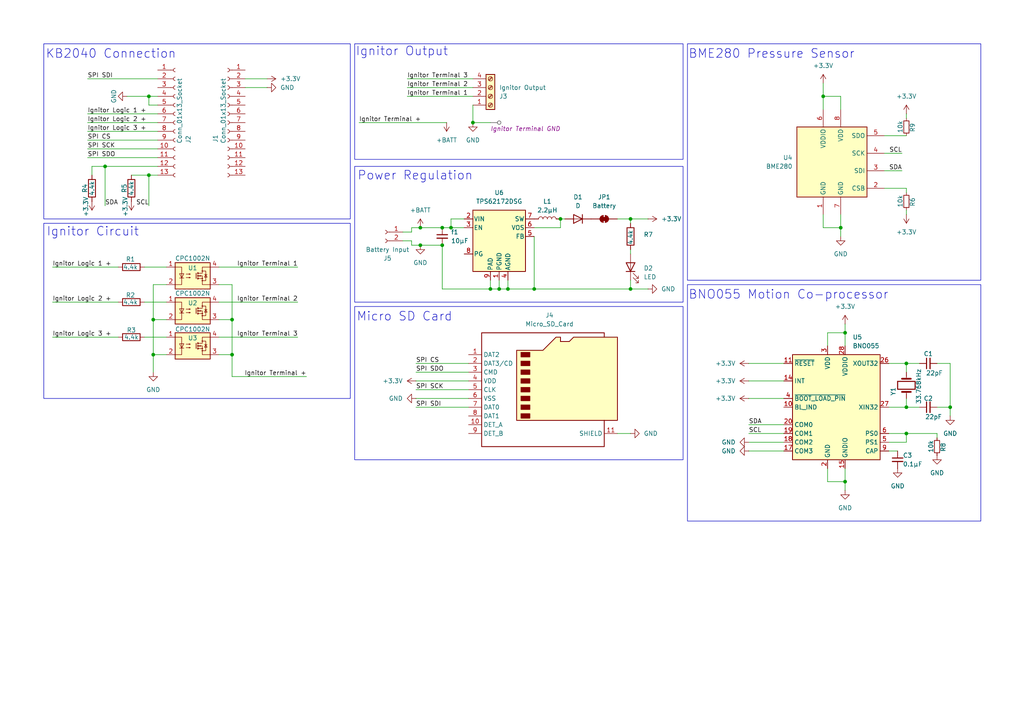
<source format=kicad_sch>
(kicad_sch (version 20231120) (generator "eeschema") (generator_version "8.0")
  (paper "A4")
  (title_block (title "UNL Aerospace Flight Computer") (date "2024-08-02") (rev "0.1.0"))
  (lib_symbols
    (symbol "Connector:Conn_01x02_Socket" (pin_names (offset 1.016) hide)
      (property "Reference" "J" (at 0 2.54 0))
      (property "Value" "Conn_01x02_Socket" (at 0 -5.08 0))
      (symbol "Conn_01x02_Socket_1_1"
        (arc (start 0 -2.032) (mid -0.5058 -2.54) (end 0 -3.048) (stroke (width 0.1524)))
        (polyline (pts (xy -1.27 -2.54) (xy -0.508 -2.54)) (stroke (width 0.1524)))
        (polyline (pts (xy -1.27 0) (xy -0.508 0)) (stroke (width 0.1524)))
        (arc (start 0 0.508) (mid -0.5058 0) (end 0 -0.508) (stroke (width 0.1524)))
        (pin passive line (at -5.08 0 0) (length 3.81) (name "Pin_1") (number "1"))
        (pin passive line (at -5.08 -2.54 0) (length 3.81) (name "Pin_2") (number "2"))
      )
    )
    (symbol "Connector:Conn_01x13_Socket" (pin_names (offset 1.016) hide)
      (property "Reference" "J" (at 0 17.78 0))
      (property "Value" "Conn_01x13_Socket" (at 0 -17.78 0))
      (symbol "Conn_01x13_Socket_1_1"
        (arc (start 0 -14.732) (mid -0.5058 -15.24) (end 0 -15.748) (stroke (width 0.1524)))
        (arc (start 0 -12.192) (mid -0.5058 -12.7) (end 0 -13.208) (stroke (width 0.1524)))
        (arc (start 0 -9.652) (mid -0.5058 -10.16) (end 0 -10.668) (stroke (width 0.1524)))
        (arc (start 0 -7.112) (mid -0.5058 -7.62) (end 0 -8.128) (stroke (width 0.1524)))
        (arc (start 0 -4.572) (mid -0.5058 -5.08) (end 0 -5.588) (stroke (width 0.1524)))
        (arc (start 0 -2.032) (mid -0.5058 -2.54) (end 0 -3.048) (stroke (width 0.1524)))
        (polyline (pts (xy -1.27 -15.24) (xy -0.508 -15.24)) (stroke (width 0.1524)))
        (polyline (pts (xy -1.27 -12.7) (xy -0.508 -12.7)) (stroke (width 0.1524)))
        (polyline (pts (xy -1.27 -10.16) (xy -0.508 -10.16)) (stroke (width 0.1524)))
        (polyline (pts (xy -1.27 -7.62) (xy -0.508 -7.62)) (stroke (width 0.1524)))
        (polyline (pts (xy -1.27 -5.08) (xy -0.508 -5.08)) (stroke (width 0.1524)))
        (polyline (pts (xy -1.27 -2.54) (xy -0.508 -2.54)) (stroke (width 0.1524)))
        (polyline (pts (xy -1.27 0) (xy -0.508 0)) (stroke (width 0.1524)))
        (polyline (pts (xy -1.27 2.54) (xy -0.508 2.54)) (stroke (width 0.1524)))
        (polyline (pts (xy -1.27 5.08) (xy -0.508 5.08)) (stroke (width 0.1524)))
        (polyline (pts (xy -1.27 7.62) (xy -0.508 7.62)) (stroke (width 0.1524)))
        (polyline (pts (xy -1.27 10.16) (xy -0.508 10.16)) (stroke (width 0.1524)))
        (polyline (pts (xy -1.27 12.7) (xy -0.508 12.7)) (stroke (width 0.1524)))
        (polyline (pts (xy -1.27 15.24) (xy -0.508 15.24)) (stroke (width 0.1524)))
        (arc (start 0 0.508) (mid -0.5058 0) (end 0 -0.508) (stroke (width 0.1524)))
        (arc (start 0 3.048) (mid -0.5058 2.54) (end 0 2.032) (stroke (width 0.1524)))
        (arc (start 0 5.588) (mid -0.5058 5.08) (end 0 4.572) (stroke (width 0.1524)))
        (arc (start 0 8.128) (mid -0.5058 7.62) (end 0 7.112) (stroke (width 0.1524)))
        (arc (start 0 10.668) (mid -0.5058 10.16) (end 0 9.652) (stroke (width 0.1524)))
        (arc (start 0 13.208) (mid -0.5058 12.7) (end 0 12.192) (stroke (width 0.1524)))
        (arc (start 0 15.748) (mid -0.5058 15.24) (end 0 14.732) (stroke (width 0.1524)))
        (pin passive line (at -5.08 15.24 0) (length 3.81) (name "Pin_1") (number "1"))
        (pin passive line (at -5.08 -7.62 0) (length 3.81) (name "Pin_10") (number "10"))
        (pin passive line (at -5.08 -10.16 0) (length 3.81) (name "Pin_11") (number "11"))
        (pin passive line (at -5.08 -12.7 0) (length 3.81) (name "Pin_12") (number "12"))
        (pin passive line (at -5.08 -15.24 0) (length 3.81) (name "Pin_13") (number "13"))
        (pin passive line (at -5.08 12.7 0) (length 3.81) (name "Pin_2") (number "2"))
        (pin passive line (at -5.08 10.16 0) (length 3.81) (name "Pin_3") (number "3"))
        (pin passive line (at -5.08 7.62 0) (length 3.81) (name "Pin_4") (number "4"))
        (pin passive line (at -5.08 5.08 0) (length 3.81) (name "Pin_5") (number "5"))
        (pin passive line (at -5.08 2.54 0) (length 3.81) (name "Pin_6") (number "6"))
        (pin passive line (at -5.08 0 0) (length 3.81) (name "Pin_7") (number "7"))
        (pin passive line (at -5.08 -2.54 0) (length 3.81) (name "Pin_8") (number "8"))
        (pin passive line (at -5.08 -5.08 0) (length 3.81) (name "Pin_9") (number "9"))
      )
    )
    (symbol "Connector:Micro_SD_Card_Det_Hirose_DM3AT"
      (property "Reference" "J" (at -16.51 17.78 0))
      (property "Value" "Micro_SD_Card_Det_Hirose_DM3AT" (at 16.51 17.78 0))
      (symbol "Micro_SD_Card_Det_Hirose_DM3AT_0_1"
        (rectangle (start -7.62 -6.985) (end -5.08 -8.255) (stroke (width 0.254)) (fill (type outline)))
        (rectangle (start -7.62 -4.445) (end -5.08 -5.715) (stroke (width 0.254)) (fill (type outline)))
        (rectangle (start -7.62 -1.905) (end -5.08 -3.175) (stroke (width 0.254)) (fill (type outline)))
        (rectangle (start -7.62 0.635) (end -5.08 -0.635) (stroke (width 0.254)) (fill (type outline)))
        (rectangle (start -7.62 3.175) (end -5.08 1.905) (stroke (width 0.254)) (fill (type outline)))
        (rectangle (start -7.62 5.715) (end -5.08 4.445) (stroke (width 0.254)) (fill (type outline)))
        (rectangle (start -7.62 8.255) (end -5.08 6.985) (stroke (width 0.254)) (fill (type outline)))
        (rectangle (start -7.62 10.795) (end -5.08 9.525) (stroke (width 0.254)) (fill (type outline)))
        (polyline (pts (xy 16.51 15.24) (xy 16.51 16.51) (xy -19.05 16.51) (xy -19.05 -16.51) (xy 16.51 -16.51) (xy 16.51 -8.89)) (stroke (width 0.254)))
        (polyline (pts (xy -8.89 -8.89) (xy -8.89 11.43) (xy -1.27 11.43) (xy 2.54 15.24) (xy 3.81 15.24) (xy 3.81 13.97) (xy 6.35 13.97) (xy 7.62 15.24) (xy 20.32 15.24) (xy 20.32 -8.89) (xy -8.89 -8.89)) (stroke (width 0.254)) (fill (type background)))
      )
      (symbol "Micro_SD_Card_Det_Hirose_DM3AT_1_1"
        (pin bidirectional line (at -22.86 10.16 0) (length 3.81) (name "DAT2") (number "1"))
        (pin passive line (at -22.86 -10.16 0) (length 3.81) (name "DET_A") (number "10"))
        (pin passive line (at 20.32 -12.7 180) (length 3.81) (name "SHIELD") (number "11"))
        (pin bidirectional line (at -22.86 7.62 0) (length 3.81) (name "DAT3/CD") (number "2"))
        (pin input line (at -22.86 5.08 0) (length 3.81) (name "CMD") (number "3"))
        (pin power_in line (at -22.86 2.54 0) (length 3.81) (name "VDD") (number "4"))
        (pin input line (at -22.86 0 0) (length 3.81) (name "CLK") (number "5"))
        (pin power_in line (at -22.86 -2.54 0) (length 3.81) (name "VSS") (number "6"))
        (pin bidirectional line (at -22.86 -5.08 0) (length 3.81) (name "DAT0") (number "7"))
        (pin bidirectional line (at -22.86 -7.62 0) (length 3.81) (name "DAT1") (number "8"))
        (pin passive line (at -22.86 -12.7 0) (length 3.81) (name "DET_B") (number "9"))
      )
    )
    (symbol "Connector:Screw_Terminal_01x04" (pin_names (offset 1.016) hide)
      (property "Reference" "J" (at 0 5.08 0))
      (property "Value" "Screw_Terminal_01x04" (at 0 -7.62 0))
      (symbol "Screw_Terminal_01x04_1_1"
        (rectangle (start -1.27 3.81) (end 1.27 -6.35) (stroke (width 0.254)) (fill (type background)))
        (circle (center 0 -5.08) (radius 0.635) (stroke (width 0.1524)))
        (circle (center 0 -2.54) (radius 0.635) (stroke (width 0.1524)))
        (polyline (pts (xy -0.5334 -4.7498) (xy 0.3302 -5.588)) (stroke (width 0.1524)))
        (polyline (pts (xy -0.5334 -2.2098) (xy 0.3302 -3.048)) (stroke (width 0.1524)))
        (polyline (pts (xy -0.5334 0.3302) (xy 0.3302 -0.508)) (stroke (width 0.1524)))
        (polyline (pts (xy -0.5334 2.8702) (xy 0.3302 2.032)) (stroke (width 0.1524)))
        (polyline (pts (xy -0.3556 -4.572) (xy 0.508 -5.4102)) (stroke (width 0.1524)))
        (polyline (pts (xy -0.3556 -2.032) (xy 0.508 -2.8702)) (stroke (width 0.1524)))
        (polyline (pts (xy -0.3556 0.508) (xy 0.508 -0.3302)) (stroke (width 0.1524)))
        (polyline (pts (xy -0.3556 3.048) (xy 0.508 2.2098)) (stroke (width 0.1524)))
        (circle (center 0 0) (radius 0.635) (stroke (width 0.1524)))
        (circle (center 0 2.54) (radius 0.635) (stroke (width 0.1524)))
        (pin passive line (at -5.08 2.54 0) (length 3.81) (name "Pin_1") (number "1"))
        (pin passive line (at -5.08 0 0) (length 3.81) (name "Pin_2") (number "2"))
        (pin passive line (at -5.08 -2.54 0) (length 3.81) (name "Pin_3") (number "3"))
        (pin passive line (at -5.08 -5.08 0) (length 3.81) (name "Pin_4") (number "4"))
      )
    )
    (symbol "Device:C_Small" (pin_numbers hide) (pin_names (offset 0.254) hide)
      (property "Reference" "C" (at 0.254 1.778 0))
      (property "Value" "C_Small" (at 0.254 -2.032 0))
      (symbol "C_Small_0_1"
        (polyline (pts (xy -1.524 -0.508) (xy 1.524 -0.508)) (stroke (width 0.3302)))
        (polyline (pts (xy -1.524 0.508) (xy 1.524 0.508)) (stroke (width 0.3048)))
      )
      (symbol "C_Small_1_1"
        (pin passive line (at 0 2.54 270) (length 2.032) (name "~") (number "1"))
        (pin passive line (at 0 -2.54 90) (length 2.032) (name "~") (number "2"))
      )
    )
    (symbol "Device:Crystal" (pin_numbers hide) (pin_names (offset 1.016) hide)
      (property "Reference" "Y" (at 0 3.81 0))
      (property "Value" "Crystal" (at 0 -3.81 0))
      (symbol "Crystal_0_1"
        (rectangle (start -1.143 2.54) (end 1.143 -2.54) (stroke (width 0.3048)))
        (polyline (pts (xy -2.54 0) (xy -1.905 0)))
        (polyline (pts (xy -1.905 -1.27) (xy -1.905 1.27)) (stroke (width 0.508)))
        (polyline (pts (xy 1.905 -1.27) (xy 1.905 1.27)) (stroke (width 0.508)))
        (polyline (pts (xy 2.54 0) (xy 1.905 0)))
      )
      (symbol "Crystal_1_1"
        (pin passive line (at -3.81 0 0) (length 1.27) (name "1") (number "1"))
        (pin passive line (at 3.81 0 180) (length 1.27) (name "2") (number "2"))
      )
    )
    (symbol "Device:D" (pin_numbers hide) (pin_names (offset 1.016) hide)
      (property "Reference" "D" (at 0 2.54 0))
      (property "Value" "D" (at 0 -2.54 0))
      (symbol "D_0_1"
        (polyline (pts (xy -1.27 1.27) (xy -1.27 -1.27)) (stroke (width 0.254)))
        (polyline (pts (xy 1.27 0) (xy -1.27 0)))
        (polyline (pts (xy 1.27 1.27) (xy 1.27 -1.27) (xy -1.27 0) (xy 1.27 1.27)) (stroke (width 0.254)))
      )
      (symbol "D_1_1"
        (pin passive line (at -3.81 0 0) (length 2.54) (name "K") (number "1"))
        (pin passive line (at 3.81 0 180) (length 2.54) (name "A") (number "2"))
      )
    )
    (symbol "Device:L" (pin_numbers hide) (pin_names (offset 1.016) hide)
      (property "Reference" "L" (at -1.27 0 90))
      (property "Value" "L" (at 1.905 0 90))
      (symbol "L_0_1"
        (arc (start 0 -2.54) (mid 0.6323 -1.905) (end 0 -1.27))
        (arc (start 0 -1.27) (mid 0.6323 -0.635) (end 0 0))
        (arc (start 0 0) (mid 0.6323 0.635) (end 0 1.27))
        (arc (start 0 1.27) (mid 0.6323 1.905) (end 0 2.54))
      )
      (symbol "L_1_1"
        (pin passive line (at 0 3.81 270) (length 1.27) (name "1") (number "1"))
        (pin passive line (at 0 -3.81 90) (length 1.27) (name "2") (number "2"))
      )
    )
    (symbol "Device:LED" (pin_numbers hide) (pin_names (offset 1.016) hide)
      (property "Reference" "D" (at 0 2.54 0))
      (property "Value" "LED" (at 0 -2.54 0))
      (symbol "LED_0_1"
        (polyline (pts (xy -1.27 -1.27) (xy -1.27 1.27)) (stroke (width 0.254)))
        (polyline (pts (xy -1.27 0) (xy 1.27 0)))
        (polyline (pts (xy 1.27 -1.27) (xy 1.27 1.27) (xy -1.27 0) (xy 1.27 -1.27)) (stroke (width 0.254)))
        (polyline (pts (xy -3.048 -0.762) (xy -4.572 -2.286) (xy -3.81 -2.286) (xy -4.572 -2.286) (xy -4.572 -1.524)))
        (polyline (pts (xy -1.778 -0.762) (xy -3.302 -2.286) (xy -2.54 -2.286) (xy -3.302 -2.286) (xy -3.302 -1.524)))
      )
      (symbol "LED_1_1"
        (pin passive line (at -3.81 0 0) (length 2.54) (name "K") (number "1"))
        (pin passive line (at 3.81 0 180) (length 2.54) (name "A") (number "2"))
      )
    )
    (symbol "Device:R" (pin_numbers hide) (pin_names (offset 0))
      (property "Reference" "R" (at 2.032 0 90))
      (property "Value" "R" (at 0 0 90))
      (symbol "R_0_1"
        (rectangle (start -1.016 -2.54) (end 1.016 2.54) (stroke (width 0.254)))
      )
      (symbol "R_1_1"
        (pin passive line (at 0 3.81 270) (length 1.27) (name "~") (number "1"))
        (pin passive line (at 0 -3.81 90) (length 1.27) (name "~") (number "2"))
      )
    )
    (symbol "Device:R_Small" (pin_numbers hide) (pin_names (offset 0.254) hide)
      (property "Reference" "R" (at 0.762 0.508 0))
      (property "Value" "R_Small" (at 0.762 -1.016 0))
      (symbol "R_Small_0_1"
        (rectangle (start -0.762 1.778) (end 0.762 -1.778) (stroke (width 0.2032)))
      )
      (symbol "R_Small_1_1"
        (pin passive line (at 0 2.54 270) (length 0.762) (name "~") (number "1"))
        (pin passive line (at 0 -2.54 90) (length 0.762) (name "~") (number "2"))
      )
    )
    (symbol "Jumper:SolderJumper_2_Bridged" (pin_numbers hide) (pin_names (offset 0) hide) (exclude_from_sim yes) (in_bom no)
      (property "Reference" "JP" (at 0 2.032 0))
      (property "Value" "SolderJumper_2_Bridged" (at 0 -2.54 0))
      (symbol "SolderJumper_2_Bridged_0_1"
        (rectangle (start -0.508 0.508) (end 0.508 -0.508) (fill (type outline)))
        (arc (start -0.254 1.016) (mid -1.2656 0) (end -0.254 -1.016))
        (arc (start -0.254 1.016) (mid -1.2656 0) (end -0.254 -1.016) (fill (type outline)))
        (polyline (pts (xy -0.254 1.016) (xy -0.254 -1.016)))
        (polyline (pts (xy 0.254 1.016) (xy 0.254 -1.016)))
        (arc (start 0.254 -1.016) (mid 1.2656 0) (end 0.254 1.016))
        (arc (start 0.254 -1.016) (mid 1.2656 0) (end 0.254 1.016) (fill (type outline)))
      )
      (symbol "SolderJumper_2_Bridged_1_1"
        (pin passive line (at -3.81 0 0) (length 2.54) (name "A") (number "1"))
        (pin passive line (at 3.81 0 180) (length 2.54) (name "B") (number "2"))
      )
    )
    (symbol "Regulator_Switching:TPS62172DSG" (pin_names (offset 0.254))
      (property "Reference" "U" (at -7.62 11.43 0))
      (property "Value" "TPS62172DSG" (at -1.27 11.43 0))
      (symbol "TPS62172DSG_0_1"
        (rectangle (start -7.62 10.16) (end 7.62 -7.62) (stroke (width 0.254)) (fill (type background)))
      )
      (symbol "TPS62172DSG_1_1"
        (pin power_in line (at 0 -10.16 90) (length 2.54) (name "PGND") (number "1"))
        (pin power_in line (at -10.16 7.62 0) (length 2.54) (name "VIN") (number "2"))
        (pin input line (at -10.16 5.08 0) (length 2.54) (name "EN") (number "3"))
        (pin power_in line (at 2.54 -10.16 90) (length 2.54) (name "AGND") (number "4"))
        (pin input line (at 10.16 2.54 180) (length 2.54) (name "FB") (number "5"))
        (pin input line (at 10.16 5.08 180) (length 2.54) (name "VOS") (number "6"))
        (pin output line (at 10.16 7.62 180) (length 2.54) (name "SW") (number "7"))
        (pin open_collector line (at -10.16 -2.54 0) (length 2.54) (name "PG") (number "8"))
        (pin power_in line (at -2.54 -10.16 90) (length 2.54) (name "PAD") (number "9"))
      )
    )
    (symbol "Relay_SolidState:CPC1002N"
      (property "Reference" "U" (at -5.08 5.08 0))
      (property "Value" "CPC1002N" (at 0 5.08 0))
      (symbol "CPC1002N_0_1"
        (rectangle (start -5.08 3.81) (end 5.08 -3.81) (stroke (width 0.254)) (fill (type background)))
        (polyline (pts (xy -3.81 -0.635) (xy -2.54 -0.635)))
        (polyline (pts (xy 1.016 0.762) (xy 1.016 -0.762)) (stroke (width 0.2032)))
        (polyline (pts (xy 1.524 -0.762) (xy 2.794 -0.762)))
        (polyline (pts (xy 3.429 0.381) (xy 4.191 0.381)))
        (polyline (pts (xy 1.524 -0.635) (xy 1.524 -0.889) (xy 1.524 -0.889)) (stroke (width 0.3556)))
        (polyline (pts (xy 1.524 0.127) (xy 1.524 -0.127) (xy 1.524 -0.127)) (stroke (width 0.3556)))
        (polyline (pts (xy 1.524 0.889) (xy 1.524 0.635) (xy 1.524 0.635)) (stroke (width 0.3556)))
        (polyline (pts (xy -5.08 2.54) (xy -3.175 2.54) (xy -3.175 -2.54) (xy -5.08 -2.54)))
        (polyline (pts (xy -3.175 -0.635) (xy -3.81 0.635) (xy -2.54 0.635) (xy -3.175 -0.635)))
        (polyline (pts (xy 1.524 0) (xy 2.794 0) (xy 2.794 -2.54) (xy 5.08 -2.54)))
        (polyline (pts (xy 1.524 0.762) (xy 2.794 0.762) (xy 2.794 2.54) (xy 5.08 2.54)))
        (polyline (pts (xy 1.778 0) (xy 2.286 0.127) (xy 2.286 -0.127) (xy 1.778 0)))
        (polyline (pts (xy 2.794 -1.397) (xy 3.81 -1.397) (xy 3.81 1.397) (xy 2.794 1.397)))
        (polyline (pts (xy 3.81 0.381) (xy 3.429 -0.381) (xy 4.191 -0.381) (xy 3.81 0.381)))
        (polyline (pts (xy -1.905 -0.508) (xy -0.635 -0.508) (xy -1.016 -0.635) (xy -1.016 -0.381) (xy -0.635 -0.508)))
        (polyline (pts (xy -1.905 0.508) (xy -0.635 0.508) (xy -1.016 0.381) (xy -1.016 0.635) (xy -0.635 0.508)))
        (circle (center 2.794 -1.397) (radius 0.127))
        (circle (center 2.794 -0.762) (radius 0.127))
        (circle (center 2.794 1.397) (radius 0.127))
      )
      (symbol "CPC1002N_1_1"
        (pin passive line (at -7.62 2.54 0) (length 2.54) (name "~") (number "1"))
        (pin passive line (at -7.62 -2.54 0) (length 2.54) (name "~") (number "2"))
        (pin passive line (at 7.62 -2.54 180) (length 2.54) (name "~") (number "3"))
        (pin passive line (at 7.62 2.54 180) (length 2.54) (name "~") (number "4"))
      )
    )
    (symbol "Sensor:BME280"
      (property "Reference" "U" (at -8.89 11.43 0))
      (property "Value" "BME280" (at 7.62 11.43 0))
      (symbol "BME280_0_1"
        (rectangle (start -10.16 10.16) (end 10.16 -10.16) (stroke (width 0.254)) (fill (type background)))
      )
      (symbol "BME280_1_1"
        (pin power_in line (at -2.54 -15.24 90) (length 5.08) (name "GND") (number "1"))
        (pin input line (at 15.24 -7.62 180) (length 5.08) (name "CSB") (number "2"))
        (pin bidirectional line (at 15.24 -2.54 180) (length 5.08) (name "SDI") (number "3"))
        (pin input line (at 15.24 2.54 180) (length 5.08) (name "SCK") (number "4"))
        (pin bidirectional line (at 15.24 7.62 180) (length 5.08) (name "SDO") (number "5"))
        (pin power_in line (at -2.54 15.24 270) (length 5.08) (name "VDDIO") (number "6"))
        (pin power_in line (at 2.54 -15.24 90) (length 5.08) (name "GND") (number "7"))
        (pin power_in line (at 2.54 15.24 270) (length 5.08) (name "VDD") (number "8"))
      )
    )
    (symbol "Sensor_Motion:BNO055"
      (property "Reference" "U" (at -11.43 16.51 0))
      (property "Value" "BNO055" (at 12.7 16.51 0))
      (symbol "BNO055_0_1"
        (rectangle (start -12.7 15.24) (end 12.7 -15.24) (stroke (width 0.254)) (fill (type background)))
      )
      (symbol "BNO055_1_1"
        (pin no_connect line (at -12.7 10.16 0) (length 2.54) hide (name "PIN1") (number "1"))
        (pin output line (at -15.24 0 0) (length 2.54) (name "BL_IND") (number "10"))
        (pin input line (at -15.24 12.7 0) (length 2.54) (name "~{RESET}") (number "11"))
        (pin no_connect line (at 12.7 10.16 180) (length 2.54) hide (name "PIN12") (number "12"))
        (pin no_connect line (at 12.7 7.62 180) (length 2.54) hide (name "PIN13") (number "13"))
        (pin output line (at -15.24 7.62 0) (length 2.54) (name "INT") (number "14"))
        (pin power_in line (at 2.54 -17.78 90) (length 2.54) (name "GNDIO") (number "15"))
        (pin passive line (at 2.54 -17.78 90) (length 2.54) hide (name "GNDIO") (number "16"))
        (pin input line (at -15.24 -12.7 0) (length 2.54) (name "COM3") (number "17"))
        (pin passive line (at -15.24 -10.16 0) (length 2.54) (name "COM2") (number "18"))
        (pin bidirectional line (at -15.24 -7.62 0) (length 2.54) (name "COM1") (number "19"))
        (pin power_in line (at -2.54 -17.78 90) (length 2.54) (name "GND") (number "2"))
        (pin bidirectional line (at -15.24 -5.08 0) (length 2.54) (name "COM0") (number "20"))
        (pin no_connect line (at 12.7 5.08 180) (length 2.54) hide (name "PIN21") (number "21"))
        (pin no_connect line (at 12.7 2.54 180) (length 2.54) hide (name "PIN22") (number "22"))
        (pin no_connect line (at 12.7 -2.54 180) (length 2.54) hide (name "PIN23") (number "23"))
        (pin no_connect line (at 12.7 -5.08 180) (length 2.54) hide (name "PIN24") (number "24"))
        (pin passive line (at 2.54 -17.78 90) (length 2.54) hide (name "GNDIO") (number "25"))
        (pin output line (at 15.24 12.7 180) (length 2.54) (name "XOUT32") (number "26"))
        (pin input line (at 15.24 0 180) (length 2.54) (name "XIN32") (number "27"))
        (pin power_in line (at 2.54 17.78 270) (length 2.54) (name "VDDIO") (number "28"))
        (pin power_in line (at -2.54 17.78 270) (length 2.54) (name "VDD") (number "3"))
        (pin input line (at -15.24 2.54 0) (length 2.54) (name "~{BOOT_LOAD_PIN}") (number "4"))
        (pin input line (at 15.24 -10.16 180) (length 2.54) (name "PS1") (number "5"))
        (pin input line (at 15.24 -7.62 180) (length 2.54) (name "PS0") (number "6"))
        (pin no_connect line (at -12.7 5.08 0) (length 2.54) hide (name "PIN7") (number "7"))
        (pin no_connect line (at -12.7 -2.54 0) (length 2.54) hide (name "PIN8") (number "8"))
        (pin passive line (at 15.24 -12.7 180) (length 2.54) (name "CAP") (number "9"))
      )
    )
    (symbol "power:+3.3V" (power) (pin_numbers hide) (pin_names (offset 0) hide)
      (property "Value" "+3.3V" (at 0 3.556 0))
      (symbol "+3.3V_0_1"
        (polyline (pts (xy -0.762 1.27) (xy 0 2.54)))
        (polyline (pts (xy 0 0) (xy 0 2.54)))
        (polyline (pts (xy 0 2.54) (xy 0.762 1.27)))
      )
      (symbol "+3.3V_1_1"
        (pin power_in line (at 0 0 90) (length 0) (name "~") (number "1"))
      )
    )
    (symbol "power:+BATT" (power) (pin_numbers hide) (pin_names (offset 0) hide)
      (property "Value" "+BATT" (at 0 3.556 0))
      (symbol "+BATT_0_1"
        (polyline (pts (xy -0.762 1.27) (xy 0 2.54)))
        (polyline (pts (xy 0 0) (xy 0 2.54)))
        (polyline (pts (xy 0 2.54) (xy 0.762 1.27)))
      )
      (symbol "+BATT_1_1"
        (pin power_in line (at 0 0 90) (length 0) (name "~") (number "1"))
      )
    )
    (symbol "power:GND" (power) (pin_numbers hide) (pin_names (offset 0) hide)
      (property "Value" "GND" (at 0 -3.81 0))
      (symbol "GND_0_1"
        (polyline (pts (xy 0 0) (xy 0 -1.27) (xy 1.27 -1.27) (xy 0 -2.54) (xy -1.27 -1.27) (xy 0 -1.27)))
      )
      (symbol "GND_1_1"
        (pin power_in line (at 0 0 270) (length 0) (name "~") (number "1"))
      )
    )
  )
  (junction (at 147.32 83.82))
  (junction (at 275.59 118.11))
  (junction (at 245.11 139.7))
  (junction (at 130.81 66.04))
  (junction (at 128.27 71.12))
  (junction (at 128.27 66.04))
  (junction (at 182.88 63.5))
  (junction (at 44.45 92.71))
  (junction (at 137.16 35.56))
  (junction (at 144.78 83.82))
  (junction (at 30.48 48.26))
  (junction (at 262.89 125.73))
  (junction (at 182.88 83.82))
  (junction (at 238.76 27.94))
  (junction (at 121.92 66.04))
  (junction (at 43.18 50.8))
  (junction (at 243.84 66.04))
  (junction (at 67.31 92.71))
  (junction (at 262.89 105.41))
  (junction (at 142.24 83.82))
  (junction (at 162.56 63.5))
  (junction (at 67.31 102.87))
  (junction (at 245.11 96.52))
  (junction (at 121.92 71.12))
  (junction (at 154.94 83.82))
  (junction (at 44.45 102.87))
  (junction (at 43.18 27.94))
  (junction (at 262.89 118.11))
  (wire (pts (xy 137.16 30.48) (xy 137.16 35.56)))
  (wire (pts (xy 38.1 50.8) (xy 43.18 50.8)))
  (wire (pts (xy 142.24 83.82) (xy 128.27 83.82)))
  (wire (pts (xy 262.89 125.73) (xy 271.78 125.73)))
  (wire (pts (xy 120.65 113.03) (xy 135.89 113.03)))
  (wire (pts (xy 71.12 22.86) (xy 77.47 22.86)))
  (wire (pts (xy 44.45 92.71) (xy 48.26 92.71)))
  (wire (pts (xy 67.31 82.55) (xy 67.31 92.71)))
  (wire (pts (xy 118.11 25.4) (xy 137.16 25.4)))
  (wire (pts (xy 262.89 105.41) (xy 266.7 105.41)))
  (wire (pts (xy 256.54 54.61) (xy 262.89 54.61)))
  (wire (pts (xy 120.65 105.41) (xy 135.89 105.41)))
  (wire (pts (xy 45.72 27.94) (xy 43.18 27.94)))
  (wire (pts (xy 217.17 128.27) (xy 227.33 128.27)))
  (wire (pts (xy 120.65 107.95) (xy 135.89 107.95)))
  (wire (pts (xy 63.5 77.47) (xy 86.36 77.47)))
  (wire (pts (xy 257.81 118.11) (xy 262.89 118.11)))
  (wire (pts (xy 120.65 110.49) (xy 135.89 110.49)))
  (wire (pts (xy 130.81 63.5) (xy 134.62 63.5)))
  (wire (pts (xy 121.92 66.04) (xy 128.27 66.04)))
  (wire (pts (xy 119.38 69.85) (xy 119.38 71.12)))
  (wire (pts (xy 243.84 31.75) (xy 243.84 27.94)))
  (wire (pts (xy 119.38 66.04) (xy 121.92 66.04)))
  (wire (pts (xy 182.88 72.39) (xy 182.88 73.66)))
  (wire (pts (xy 262.89 39.37) (xy 256.54 39.37)))
  (wire (pts (xy 15.24 87.63) (xy 34.29 87.63)))
  (wire (pts (xy 44.45 102.87) (xy 48.26 102.87)))
  (wire (pts (xy 116.84 69.85) (xy 119.38 69.85)))
  (wire (pts (xy 182.88 64.77) (xy 182.88 63.5)))
  (wire (pts (xy 217.17 110.49) (xy 227.33 110.49)))
  (wire (pts (xy 25.4 33.02) (xy 45.72 33.02)))
  (wire (pts (xy 240.03 100.33) (xy 240.03 96.52)))
  (wire (pts (xy 275.59 118.11) (xy 271.78 118.11)))
  (wire (pts (xy 48.26 82.55) (xy 44.45 82.55)))
  (wire (pts (xy 182.88 63.5) (xy 179.07 63.5)))
  (wire (pts (xy 67.31 109.22) (xy 67.31 102.87)))
  (wire (pts (xy 118.11 22.86) (xy 137.16 22.86)))
  (wire (pts (xy 257.81 105.41) (xy 262.89 105.41)))
  (wire (pts (xy 128.27 66.04) (xy 130.81 66.04)))
  (wire (pts (xy 257.81 125.73) (xy 262.89 125.73)))
  (wire (pts (xy 43.18 30.48) (xy 45.72 30.48)))
  (wire (pts (xy 67.31 92.71) (xy 67.31 102.87)))
  (wire (pts (xy 245.11 139.7) (xy 245.11 135.89)))
  (wire (pts (xy 217.17 105.41) (xy 227.33 105.41)))
  (wire (pts (xy 67.31 109.22) (xy 88.9 109.22)))
  (wire (pts (xy 262.89 54.61) (xy 262.89 55.88)))
  (wire (pts (xy 240.03 139.7) (xy 245.11 139.7)))
  (wire (pts (xy 154.94 66.04) (xy 162.56 66.04)))
  (wire (pts (xy 121.92 71.12) (xy 128.27 71.12)))
  (wire (pts (xy 41.91 97.79) (xy 48.26 97.79)))
  (wire (pts (xy 144.78 83.82) (xy 142.24 83.82)))
  (wire (pts (xy 120.65 115.57) (xy 135.89 115.57)))
  (wire (pts (xy 238.76 27.94) (xy 238.76 31.75)))
  (wire (pts (xy 25.4 38.1) (xy 45.72 38.1)))
  (wire (pts (xy 262.89 34.29) (xy 262.89 33.02)))
  (wire (pts (xy 26.67 50.8) (xy 26.67 48.26)))
  (wire (pts (xy 257.81 130.81) (xy 260.35 130.81)))
  (wire (pts (xy 243.84 66.04) (xy 243.84 68.58)))
  (wire (pts (xy 275.59 118.11) (xy 275.59 120.65)))
  (wire (pts (xy 240.03 96.52) (xy 245.11 96.52)))
  (wire (pts (xy 63.5 97.79) (xy 86.36 97.79)))
  (wire (pts (xy 154.94 68.58) (xy 154.94 83.82)))
  (wire (pts (xy 30.48 59.69) (xy 30.48 48.26)))
  (wire (pts (xy 217.17 123.19) (xy 227.33 123.19)))
  (wire (pts (xy 238.76 62.23) (xy 238.76 66.04)))
  (wire (pts (xy 238.76 24.13) (xy 238.76 27.94)))
  (wire (pts (xy 137.16 35.56) (xy 142.24 35.56)))
  (wire (pts (xy 256.54 49.53) (xy 261.62 49.53)))
  (wire (pts (xy 118.11 27.94) (xy 137.16 27.94)))
  (wire (pts (xy 63.5 92.71) (xy 67.31 92.71)))
  (wire (pts (xy 154.94 83.82) (xy 182.88 83.82)))
  (wire (pts (xy 120.65 118.11) (xy 135.89 118.11)))
  (wire (pts (xy 262.89 118.11) (xy 262.89 115.57)))
  (wire (pts (xy 134.62 66.04) (xy 130.81 66.04)))
  (wire (pts (xy 262.89 118.11) (xy 266.7 118.11)))
  (wire (pts (xy 30.48 48.26) (xy 45.72 48.26)))
  (wire (pts (xy 119.38 71.12) (xy 121.92 71.12)))
  (wire (pts (xy 147.32 83.82) (xy 144.78 83.82)))
  (wire (pts (xy 245.11 93.98) (xy 245.11 96.52)))
  (wire (pts (xy 182.88 81.28) (xy 182.88 83.82)))
  (wire (pts (xy 256.54 44.45) (xy 261.62 44.45)))
  (wire (pts (xy 71.12 25.4) (xy 77.47 25.4)))
  (wire (pts (xy 44.45 107.95) (xy 44.45 102.87)))
  (wire (pts (xy 44.45 92.71) (xy 44.45 102.87)))
  (wire (pts (xy 217.17 125.73) (xy 227.33 125.73)))
  (wire (pts (xy 119.38 67.31) (xy 119.38 66.04)))
  (wire (pts (xy 25.4 22.86) (xy 45.72 22.86)))
  (wire (pts (xy 217.17 115.57) (xy 227.33 115.57)))
  (wire (pts (xy 26.67 48.26) (xy 30.48 48.26)))
  (wire (pts (xy 144.78 81.28) (xy 144.78 83.82)))
  (wire (pts (xy 238.76 66.04) (xy 243.84 66.04)))
  (wire (pts (xy 128.27 83.82) (xy 128.27 71.12)))
  (wire (pts (xy 262.89 107.95) (xy 262.89 105.41)))
  (wire (pts (xy 147.32 83.82) (xy 154.94 83.82)))
  (wire (pts (xy 41.91 87.63) (xy 48.26 87.63)))
  (wire (pts (xy 275.59 105.41) (xy 275.59 118.11)))
  (wire (pts (xy 162.56 66.04) (xy 162.56 63.5)))
  (wire (pts (xy 271.78 125.73) (xy 271.78 127)))
  (wire (pts (xy 15.24 77.47) (xy 34.29 77.47)))
  (wire (pts (xy 25.4 35.56) (xy 45.72 35.56)))
  (wire (pts (xy 63.5 102.87) (xy 67.31 102.87)))
  (wire (pts (xy 104.14 35.56) (xy 129.54 35.56)))
  (wire (pts (xy 43.18 50.8) (xy 45.72 50.8)))
  (wire (pts (xy 262.89 128.27) (xy 257.81 128.27)))
  (wire (pts (xy 245.11 96.52) (xy 245.11 100.33)))
  (wire (pts (xy 262.89 125.73) (xy 262.89 128.27)))
  (wire (pts (xy 36.83 27.94) (xy 43.18 27.94)))
  (wire (pts (xy 43.18 27.94) (xy 43.18 30.48)))
  (wire (pts (xy 271.78 105.41) (xy 275.59 105.41)))
  (wire (pts (xy 63.5 82.55) (xy 67.31 82.55)))
  (wire (pts (xy 245.11 139.7) (xy 245.11 142.24)))
  (wire (pts (xy 240.03 135.89) (xy 240.03 139.7)))
  (wire (pts (xy 43.18 50.8) (xy 43.18 59.69)))
  (wire (pts (xy 116.84 67.31) (xy 119.38 67.31)))
  (wire (pts (xy 25.4 43.18) (xy 45.72 43.18)))
  (wire (pts (xy 179.07 125.73) (xy 182.88 125.73)))
  (wire (pts (xy 187.96 63.5) (xy 182.88 63.5)))
  (wire (pts (xy 25.4 40.64) (xy 45.72 40.64)))
  (wire (pts (xy 41.91 77.47) (xy 48.26 77.47)))
  (wire (pts (xy 262.89 60.96) (xy 262.89 62.23)))
  (wire (pts (xy 182.88 83.82) (xy 187.96 83.82)))
  (wire (pts (xy 227.33 130.81) (xy 217.17 130.81)))
  (wire (pts (xy 44.45 82.55) (xy 44.45 92.71)))
  (wire (pts (xy 162.56 63.5) (xy 163.83 63.5)))
  (wire (pts (xy 15.24 97.79) (xy 34.29 97.79)))
  (wire (pts (xy 243.84 27.94) (xy 238.76 27.94)))
  (wire (pts (xy 142.24 81.28) (xy 142.24 83.82)))
  (wire (pts (xy 147.32 81.28) (xy 147.32 83.82)))
  (wire (pts (xy 243.84 66.04) (xy 243.84 62.23)))
  (wire (pts (xy 63.5 87.63) (xy 86.36 87.63)))
  (wire (pts (xy 130.81 66.04) (xy 130.81 63.5)))
  (wire (pts (xy 25.4 45.72) (xy 45.72 45.72)))
  (rectangle (start 102.87 12.7) (end 198.12 46.228))
  (rectangle (start 199.39 82.55) (end 284.48 151.13))
  (rectangle (start 12.7 12.7) (end 101.6 63.5))
  (rectangle (start 102.87 88.9) (end 198.12 133.35))
  (rectangle (start 102.87 48.26) (end 198.12 87.63))
  (rectangle (start 12.7 64.77) (end 101.6 115.57))
  (rectangle (start 199.39 12.7) (end 284.48 81.28))
  (text "Micro SD Card" (at 103.378 90.424 0) (effects (font (size 2.54 2.54)) (justify left top)))
  (text "Ignitor Circuit" (at 13.462 65.786 0) (effects (font (size 2.54 2.54)) (justify left top)))
  (text "Power Regulation" (at 103.632 49.53 0) (effects (font (size 2.54 2.54)) (justify left top)))
  (text "KB2040 Connection" (at 13.208 14.224 0) (effects (font (size 2.54 2.54)) (justify left top)))
  (text "BME280 Pressure Sensor" (at 199.644 14.224 0) (effects (font (size 2.54 2.54)) (justify left top)))
  (text "Ignitor Output" (at 116.586 14.986 0) (effects (font (size 2.54 2.54))))
  (text "BNO055 Motion Co-processor" (at 199.644 84.074 0) (effects (font (size 2.54 2.54)) (justify left top)))
  (label "Ignitor Logic 1 +" (at 15.24 77.47 0))
  (label "Ignitor Logic 3 +" (at 15.24 97.79 0))
  (label "SPI SDI" (at 120.65 118.11 0))
  (label "Ignitor Terminal 2" (at 118.11 25.4 0))
  (label "Ignitor Terminal 1" (at 86.36 77.47 180))
  (label "SDA" (at 217.17 123.19 0))
  (label "SPI SCK" (at 25.4 43.18 0))
  (label "SCL" (at 43.18 59.69 180))
  (label "SPI SCK" (at 120.65 113.03 0))
  (label "SDA" (at 30.48 59.69 0))
  (label "SCL" (at 217.17 125.73 0))
  (label "SPI CS" (at 25.4 40.64 0))
  (label "SPI SDO" (at 120.65 107.95 0))
  (label "Ignitor Terminal 3" (at 118.11 22.86 0))
  (label "Ignitor Logic 1 +" (at 25.4 33.02 0))
  (label "Ignitor Terminal 2" (at 86.36 87.63 180))
  (label "Ignitor Terminal 3" (at 86.36 97.79 180))
  (label "Ignitor Terminal 1" (at 118.11 27.94 0))
  (label "Ignitor Terminal +" (at 88.9 109.22 180))
  (label "SPI SDI" (at 25.4 22.86 0))
  (label "SPI CS" (at 120.65 105.41 0))
  (label "SPI SDO" (at 25.4 45.72 0))
  (label "Ignitor Logic 2 +" (at 25.4 35.56 0))
  (label "Ignitor Terminal +" (at 104.14 35.56 0))
  (label "SCL" (at 261.62 44.45 180))
  (label "SDA" (at 261.62 49.53 180))
  (label "Ignitor Logic 2 +" (at 15.24 87.63 0))
  (label "Ignitor Logic 3 +" (at 25.4 38.1 0))
  (netclass_flag "" (length 2.54) (shape round) (at 142.24 35.56 270) (property "Netclass" "Ignitor Terminal GND" (at 142.24 37.338 0) (effects (font (italic yes)) (justify left))))
  (symbol (lib_id "power:+3.3V") (at 38.1 58.42 180) (unit 1)
    (property "Reference" "#PWR08" (effects (hide yes)))
    (property "Value" "+3.3V" (at 36.322 59.944 90))
    (property "Description" "Power symbol creates a global label with name \"+3.3V\"" (effects (hide yes)))
  )
  (symbol (lib_id "power:GND") (at 187.96 83.82 90) (unit 1)
    (property "Reference" "#PWR026" (effects (hide yes)))
    (property "Value" "GND" (at 191.77 83.8199 90) (effects (justify right)))
    (property "Description" "Power symbol creates a global label with name \"GND\" , ground" (effects (hide yes)))
  )
  (symbol (lib_id "power:GND") (at 121.92 71.12 0) (unit 1)
    (property "Reference" "#PWR022" (effects (hide yes)))
    (property "Value" "GND" (at 121.92 76.2 0))
    (property "Description" "Power symbol creates a global label with name \"GND\" , ground" (effects (hide yes)))
  )
  (symbol (lib_id "Relay_SolidState:CPC1002N") (at 55.88 100.33 0) (unit 1)
    (property "Reference" "U3" (at 55.88 98.044 0))
    (property "Value" "CPC1002N" (at 55.88 95.504 0))
    (property "Footprint" "Package_SO:SOP-4_3.8x4.1mm_P2.54mm" (effects (hide yes)))
    (property "Datasheet" "http://www.ixysic.com/home/pdfs.nsf/www/CPC1002N.pdf/$file/CPC1002N.pdf" (effects (hide yes)))
    (property "Description" "Form A, Solid State Relay (Photo MOSFET) 60V, 0.7A, 0.55Ohm, SOP-4" (effects (hide yes)))
  )
  (symbol (lib_id "Device:R") (at 38.1 54.61 180) (unit 1)
    (property "Reference" "R5" (at 36.068 54.61 90))
    (property "Value" "4.4k" (at 38.1 54.61 90))
    (property "Footprint" "Resistor_SMD:R_0603_1608Metric_Pad0.98x0.95mm_HandSolder" (effects (hide yes)))
    (property "Description" "Resistor" (effects (hide yes)))
  )
  (symbol (lib_id "power:GND") (at 44.45 107.95 0) (unit 1)
    (property "Reference" "#PWR01" (effects (hide yes)))
    (property "Value" "GND" (at 44.45 113.03 0))
    (property "Description" "Power symbol creates a global label with name \"GND\" , ground" (effects (hide yes)))
  )
  (symbol (lib_id "Device:R") (at 38.1 77.47 90) (unit 1)
    (property "Reference" "R1" (at 37.846 75.184 90))
    (property "Value" "4.4k" (at 37.846 77.47 90))
    (property "Footprint" "Resistor_SMD:R_0603_1608Metric_Pad0.98x0.95mm_HandSolder" (effects (hide yes)))
    (property "Description" "Resistor" (effects (hide yes)))
  )
  (symbol (lib_id "power:+3.3V") (at 238.76 24.13 0) (unit 1)
    (property "Reference" "#PWR07" (effects (hide yes)))
    (property "Value" "+3.3V" (at 238.76 19.05 0))
    (property "Description" "Power symbol creates a global label with name \"+3.3V\"" (effects (hide yes)))
  )
  (symbol (lib_id "Device:R_Small") (at 262.89 36.83 0) (unit 1)
    (property "Reference" "R9" (at 264.668 38.354 90) (effects (justify left)))
    (property "Value" "10k" (at 261.112 38.608 90) (effects (justify left)))
    (property "Footprint" "Resistor_SMD:R_0603_1608Metric_Pad0.98x0.95mm_HandSolder" (effects (hide yes)))
    (property "Description" "Resistor, small symbol" (effects (hide yes)))
  )
  (symbol (lib_id "Relay_SolidState:CPC1002N") (at 55.88 80.01 0) (unit 1)
    (property "Reference" "U1" (at 55.88 77.724 0))
    (property "Value" "CPC1002N" (at 55.88 74.93 0))
    (property "Footprint" "Package_SO:SOP-4_3.8x4.1mm_P2.54mm" (effects (hide yes)))
    (property "Datasheet" "http://www.ixysic.com/home/pdfs.nsf/www/CPC1002N.pdf/$file/CPC1002N.pdf" (effects (hide yes)))
    (property "Description" "Form A, Solid State Relay (Photo MOSFET) 60V, 0.7A, 0.55Ohm, SOP-4" (effects (hide yes)))
  )
  (symbol (lib_id "power:+3.3V") (at 187.96 63.5 270) (unit 1)
    (property "Reference" "#PWR025" (effects (hide yes)))
    (property "Value" "+3.3V" (at 191.77 63.4999 90) (effects (justify left)))
    (property "Description" "Power symbol creates a global label with name \"+3.3V\"" (effects (hide yes)))
  )
  (symbol (lib_id "Connector:Conn_01x13_Socket") (at 66.04 35.56 0) (mirror y) (unit 1)
    (property "Reference" "J1" (at 62.484 41.402 90) (effects (justify left)))
    (property "Value" "Conn_01x13_Socket" (at 64.77 41.656 90) (effects (justify left)))
    (property "Footprint" "Connector_PinHeader_2.54mm:PinHeader_1x13_P2.54mm_Vertical" (effects (hide yes)))
    (property "Description" "Generic connector, single row, 01x13, script generated" (effects (hide yes)))
  )
  (symbol (lib_id "Jumper:SolderJumper_2_Bridged") (at 175.26 63.5 0) (unit 1) (exclude_from_sim yes) (in_bom no)
    (property "Reference" "JP1" (at 175.26 57.15 0))
    (property "Value" "Battery" (at 175.26 59.69 0))
    (property "Footprint" "Jumper:SolderJumper-2_P1.3mm_Bridged_Pad1.0x1.5mm" (effects (hide yes)))
    (property "Description" "Solder Jumper, 2-pole, closed/bridged" (effects (hide yes)))
  )
  (symbol (lib_id "power:GND") (at 245.11 142.24 0) (unit 1)
    (property "Reference" "#PWR019" (effects (hide yes)))
    (property "Value" "GND" (at 245.11 147.32 0))
    (property "Description" "Power symbol creates a global label with name \"GND\" , ground" (effects (hide yes)))
  )
  (symbol (lib_id "power:GND") (at 243.84 68.58 0) (unit 1)
    (property "Reference" "#PWR04" (effects (hide yes)))
    (property "Value" "GND" (at 243.84 73.66 0))
    (property "Description" "Power symbol creates a global label with name \"GND\" , ground" (effects (hide yes)))
  )
  (symbol (lib_id "Connector:Screw_Terminal_01x04") (at 142.24 27.94 0) (mirror x) (unit 1)
    (property "Reference" "J3" (at 144.78 27.9401 0) (effects (justify left)))
    (property "Value" "Ignitor Output" (at 144.78 25.4001 0) (effects (justify left)))
    (property "Footprint" "TerminalBlock_Phoenix:TerminalBlock_Phoenix_MPT-0,5-4-2.54_1x04_P2.54mm_Horizontal" (effects (hide yes)))
    (property "Description" "Generic screw terminal, single row, 01x04, script generated (kicad-library-utils/schlib/autogen/connector/)" (effects (hide yes)))
  )
  (symbol (lib_id "power:GND") (at 77.47 25.4 90) (unit 1)
    (property "Reference" "#PWR02" (effects (hide yes)))
    (property "Value" "GND" (at 81.28 25.3999 90) (effects (justify right)))
    (property "Description" "Power symbol creates a global label with name \"GND\" , ground" (effects (hide yes)))
  )
  (symbol (lib_id "Device:C_Small") (at 260.35 133.35 0) (unit 1)
    (property "Reference" "C3" (at 261.874 132.08 0) (effects (justify left)))
    (property "Value" "0.1µF" (at 261.874 134.62 0) (effects (justify left)))
    (property "Footprint" "Capacitor_SMD:C_0603_1608Metric_Pad1.08x0.95mm_HandSolder" (effects (hide yes)))
    (property "Description" "Unpolarized capacitor, small symbol" (effects (hide yes)))
  )
  (symbol (lib_id "Device:C_Small") (at 269.24 118.11 90) (unit 1)
    (property "Reference" "C2" (at 269.24 115.57 90))
    (property "Value" "22pF" (at 270.764 120.904 90))
    (property "Footprint" "Capacitor_SMD:C_0603_1608Metric_Pad1.08x0.95mm_HandSolder" (effects (hide yes)))
    (property "Description" "Unpolarized capacitor, small symbol" (effects (hide yes)))
  )
  (symbol (lib_id "Sensor_Motion:BNO055") (at 242.57 118.11 0) (unit 1)
    (property "Reference" "U5" (at 247.3041 97.79 0) (effects (justify left)))
    (property "Value" "BNO055" (at 247.3041 100.33 0) (effects (justify left)))
    (property "Footprint" "Package_LGA:LGA-28_5.2x3.8mm_P0.5mm" (effects (hide yes)))
    (property "Datasheet" "https://www.bosch-sensortec.com/media/boschsensortec/downloads/datasheets/bst-bno055-ds000.pdf" (effects (hide yes)))
    (property "Description" "Intelligent 9-axis absolute orientation sensor, LGA-28" (effects (hide yes)))
  )
  (symbol (lib_id "power:+BATT") (at 121.92 66.04 0) (unit 1)
    (property "Reference" "#PWR021" (effects (hide yes)))
    (property "Value" "+BATT" (at 121.92 60.96 0))
    (property "Description" "Power symbol creates a global label with name \"+BATT\"" (effects (hide yes)))
  )
  (symbol (lib_id "Device:D") (at 167.64 63.5 180) (unit 1)
    (property "Reference" "D1" (at 167.64 57.15 0))
    (property "Value" "D" (at 167.64 59.69 0))
    (property "Footprint" "Diode_SMD:D_0603_1608Metric_Pad1.05x0.95mm_HandSolder" (effects (hide yes)))
    (property "Description" "Diode" (effects (hide yes)))
    (property "Sim.Device" "D" (effects (hide yes)))
    (property "Sim.Pins" "1=K 2=A" (effects (hide yes)))
  )
  (symbol (lib_id "Device:R") (at 26.67 54.61 180) (unit 1)
    (property "Reference" "R4" (at 24.638 54.61 90))
    (property "Value" "4.4k" (at 26.67 54.61 90))
    (property "Footprint" "Resistor_SMD:R_0603_1608Metric_Pad0.98x0.95mm_HandSolder" (effects (hide yes)))
    (property "Description" "Resistor" (effects (hide yes)))
  )
  (symbol (lib_id "Device:C_Small") (at 269.24 105.41 90) (unit 1)
    (property "Reference" "C1" (at 269.24 102.616 90))
    (property "Value" "22pF" (at 271.018 108.204 90))
    (property "Footprint" "Capacitor_SMD:C_0603_1608Metric_Pad1.08x0.95mm_HandSolder" (effects (hide yes)))
    (property "Description" "Unpolarized capacitor, small symbol" (effects (hide yes)))
  )
  (symbol (lib_id "Device:LED") (at 182.88 77.47 90) (unit 1)
    (property "Reference" "D2" (at 186.69 77.7874 90) (effects (justify right)))
    (property "Value" "LED" (at 186.69 80.3274 90) (effects (justify right)))
    (property "Footprint" "LED_SMD:LED_0603_1608Metric_Pad1.05x0.95mm_HandSolder" (effects (hide yes)))
    (property "Description" "Light emitting diode" (effects (hide yes)))
  )
  (symbol (lib_id "power:GND") (at 182.88 125.73 90) (unit 1)
    (property "Reference" "#PWR027" (effects (hide yes)))
    (property "Value" "GND" (at 186.69 125.7299 90) (effects (justify right)))
    (property "Description" "Power symbol creates a global label with name \"GND\" , ground" (effects (hide yes)))
  )
  (symbol (lib_id "Device:R_Small") (at 271.78 129.54 0) (unit 1)
    (property "Reference" "R8" (at 273.558 131.064 90) (effects (justify left)))
    (property "Value" "10k" (at 270.002 131.318 90) (effects (justify left)))
    (property "Footprint" "Resistor_SMD:R_0603_1608Metric_Pad0.98x0.95mm_HandSolder" (effects (hide yes)))
    (property "Description" "Resistor, small symbol" (effects (hide yes)))
  )
  (symbol (lib_id "Connector:Micro_SD_Card_Det_Hirose_DM3AT") (at 158.75 113.03 0) (unit 1)
    (property "Reference" "J4" (at 159.385 91.44 0))
    (property "Value" "Micro_SD_Card" (at 159.385 93.98 0))
    (property "Footprint" "Connector_Card:microSD_HC_Hirose_DM3D-SF" (effects (hide yes)))
    (property "Datasheet" "https://www.hirose.com/product/en/download_file/key_name/DM3/category/Catalog/doc_file_id/49662/?file_category_id=4&item_id=195&is_series=1" (effects (hide yes)))
    (property "Description" "Micro SD Card Socket with card detection pins" (effects (hide yes)))
  )
  (symbol (lib_id "power:+3.3V") (at 26.67 58.42 180) (unit 1)
    (property "Reference" "#PWR09" (effects (hide yes)))
    (property "Value" "+3.3V" (at 24.892 59.944 90))
    (property "Description" "Power symbol creates a global label with name \"+3.3V\"" (effects (hide yes)))
  )
  (symbol (lib_id "Device:Crystal") (at 262.89 111.76 90) (unit 1)
    (property "Reference" "Y1" (at 259.08 112.268 0) (effects (justify right)))
    (property "Value" "33.768kHz" (at 266.446 106.934 0) (effects (justify right)))
    (property "Footprint" "Crystal:Crystal_SMD_G8-2Pin_3.2x1.5mm_HandSoldering" (effects (hide yes)))
    (property "Description" "Two pin crystal" (effects (hide yes)))
  )
  (symbol (lib_id "power:GND") (at 271.78 132.08 0) (unit 1)
    (property "Reference" "#PWR015" (effects (hide yes)))
    (property "Value" "GND" (at 271.78 137.16 0))
    (property "Description" "Power symbol creates a global label with name \"GND\" , ground" (effects (hide yes)))
  )
  (symbol (lib_id "Device:R") (at 182.88 68.58 180) (unit 1)
    (property "Reference" "R7" (at 186.69 67.31 0) (effects (justify right bottom)))
    (property "Value" "4.4k" (at 182.88 68.834 90))
    (property "Footprint" "Resistor_SMD:R_0603_1608Metric_Pad0.98x0.95mm_HandSolder" (effects (hide yes)))
    (property "Description" "Resistor" (effects (hide yes)))
  )
  (symbol (lib_id "power:GND") (at 275.59 120.65 0) (unit 1)
    (property "Reference" "#PWR012" (effects (hide yes)))
    (property "Value" "GND" (at 275.59 125.73 0))
    (property "Description" "Power symbol creates a global label with name \"GND\" , ground" (effects (hide yes)))
  )
  (symbol (lib_id "power:+3.3V") (at 120.65 110.49 90) (unit 1)
    (property "Reference" "#PWR029" (effects (hide yes)))
    (property "Value" "+3.3V" (at 116.84 110.4899 90) (effects (justify left)))
    (property "Description" "Power symbol creates a global label with name \"+3.3V\"" (effects (hide yes)))
  )
  (symbol (lib_id "power:GND") (at 217.17 128.27 270) (unit 1)
    (property "Reference" "#PWR014" (effects (hide yes)))
    (property "Value" "GND" (at 213.36 128.2699 90) (effects (justify right)))
    (property "Description" "Power symbol creates a global label with name \"GND\" , ground" (effects (hide yes)))
  )
  (symbol (lib_id "power:GND") (at 137.16 35.56 0) (unit 1)
    (property "Reference" "#PWR023" (effects (hide yes)))
    (property "Value" "GND" (at 137.16 40.64 0))
    (property "Description" "Power symbol creates a global label with name \"GND\" , ground" (effects (hide yes)))
  )
  (symbol (lib_id "Device:R") (at 38.1 87.63 90) (unit 1)
    (property "Reference" "R2" (at 37.846 85.598 90))
    (property "Value" "4.4k" (at 37.846 87.63 90))
    (property "Footprint" "Resistor_SMD:R_0603_1608Metric_Pad0.98x0.95mm_HandSolder" (effects (hide yes)))
    (property "Description" "Resistor" (effects (hide yes)))
  )
  (symbol (lib_id "Connector:Conn_01x13_Socket") (at 50.8 35.56 0) (unit 1)
    (property "Reference" "J2" (at 54.61 41.656 90) (effects (justify left)))
    (property "Value" "Conn_01x13_Socket" (at 52.07 41.656 90) (effects (justify left)))
    (property "Footprint" "Connector_PinHeader_2.54mm:PinHeader_1x13_P2.54mm_Vertical" (effects (hide yes)))
    (property "Description" "Generic connector, single row, 01x13, script generated" (effects (hide yes)))
  )
  (symbol (lib_id "power:+3.3V") (at 245.11 93.98 0) (unit 1)
    (property "Reference" "#PWR011" (effects (hide yes)))
    (property "Value" "+3.3V" (at 245.11 88.9 0))
    (property "Description" "Power symbol creates a global label with name \"+3.3V\"" (effects (hide yes)))
  )
  (symbol (lib_id "power:+3.3V") (at 217.17 115.57 90) (unit 1)
    (property "Reference" "#PWR017" (effects (hide yes)))
    (property "Value" "+3.3V" (at 213.36 115.5699 90) (effects (justify left)))
    (property "Description" "Power symbol creates a global label with name \"+3.3V\"" (effects (hide yes)))
  )
  (symbol (lib_id "Device:R_Small") (at 262.89 58.42 0) (unit 1)
    (property "Reference" "R6" (at 264.668 59.944 90) (effects (justify left)))
    (property "Value" "10k" (at 261.112 60.198 90) (effects (justify left)))
    (property "Footprint" "Resistor_SMD:R_0603_1608Metric_Pad0.98x0.95mm_HandSolder" (effects (hide yes)))
    (property "Description" "Resistor, small symbol" (effects (hide yes)))
  )
  (symbol (lib_id "Device:C_Small") (at 128.27 68.58 0) (unit 1)
    (property "Reference" "f1" (at 130.81 67.3162 0) (effects (justify left)))
    (property "Value" "10µF" (at 130.81 69.8562 0) (effects (justify left)))
    (property "Footprint" "Capacitor_SMD:C_0805_2012Metric_Pad1.18x1.45mm_HandSolder" (effects (hide yes)))
    (property "Description" "Unpolarized capacitor, small symbol" (effects (hide yes)))
  )
  (symbol (lib_id "power:+3.3V") (at 262.89 33.02 0) (unit 1)
    (property "Reference" "#PWR05" (effects (hide yes)))
    (property "Value" "+3.3V" (at 262.89 27.94 0))
    (property "Description" "Power symbol creates a global label with name \"+3.3V\"" (effects (hide yes)))
  )
  (symbol (lib_id "Regulator_Switching:TPS62172DSG") (at 144.78 71.12 0) (unit 1)
    (property "Reference" "U6" (at 144.78 55.88 0))
    (property "Value" "TPS62172DSG" (at 144.78 58.42 0))
    (property "Footprint" "Package_SON:WSON-8-1EP_2x2mm_P0.5mm_EP0.9x1.6mm_ThermalVias" (effects (hide yes)))
    (property "Datasheet" "http://www.ti.com/lit/ds/symlink/tps62170.pdf" (effects (hide yes)))
    (property "Description" "500mA Step-Down Converter with DCS-Control, fixed 3.3V output, 3-17V input voltage, WSON-8" (effects (hide yes)))
  )
  (symbol (lib_id "power:GND") (at 260.35 135.89 0) (unit 1)
    (property "Reference" "#PWR016" (effects (hide yes)))
    (property "Value" "GND" (at 260.35 140.97 0))
    (property "Description" "Power symbol creates a global label with name \"GND\" , ground" (effects (hide yes)))
  )
  (symbol (lib_id "Device:R") (at 38.1 97.79 90) (unit 1)
    (property "Reference" "R3" (at 38.1 95.758 90))
    (property "Value" "4.4k" (at 38.1 97.79 90))
    (property "Footprint" "Resistor_SMD:R_0603_1608Metric_Pad0.98x0.95mm_HandSolder" (effects (hide yes)))
    (property "Description" "Resistor" (effects (hide yes)))
  )
  (symbol (lib_id "power:+3.3V") (at 217.17 105.41 90) (unit 1)
    (property "Reference" "#PWR020" (effects (hide yes)))
    (property "Value" "+3.3V" (at 213.36 105.4099 90) (effects (justify left)))
    (property "Description" "Power symbol creates a global label with name \"+3.3V\"" (effects (hide yes)))
  )
  (symbol (lib_id "power:+BATT") (at 129.54 35.56 180) (unit 1)
    (property "Reference" "#PWR024" (effects (hide yes)))
    (property "Value" "+BATT" (at 129.54 40.64 0))
    (property "Description" "Power symbol creates a global label with name \"+BATT\"" (effects (hide yes)))
  )
  (symbol (lib_id "Relay_SolidState:CPC1002N") (at 55.88 90.17 0) (unit 1)
    (property "Reference" "U2" (at 55.88 87.884 0))
    (property "Value" "CPC1002N" (at 55.88 85.09 0))
    (property "Footprint" "Package_SO:SOP-4_3.8x4.1mm_P2.54mm" (effects (hide yes)))
    (property "Datasheet" "http://www.ixysic.com/home/pdfs.nsf/www/CPC1002N.pdf/$file/CPC1002N.pdf" (effects (hide yes)))
    (property "Description" "Form A, Solid State Relay (Photo MOSFET) 60V, 0.7A, 0.55Ohm, SOP-4" (effects (hide yes)))
  )
  (symbol (lib_id "power:+3.3V") (at 77.47 22.86 270) (unit 1)
    (property "Reference" "#PWR06" (effects (hide yes)))
    (property "Value" "+3.3V" (at 81.28 22.8599 90) (effects (justify left)))
    (property "Description" "Power symbol creates a global label with name \"+3.3V\"" (effects (hide yes)))
  )
  (symbol (lib_id "Sensor:BME280") (at 241.3 46.99 0) (unit 1)
    (property "Reference" "U4" (at 229.87 45.7199 0) (effects (justify right)))
    (property "Value" "BME280" (at 229.87 48.2599 0) (effects (justify right)))
    (property "Footprint" "Package_LGA:Bosch_LGA-8_2.5x2.5mm_P0.65mm_ClockwisePinNumbering" (effects (hide yes)))
    (property "Datasheet" "https://www.bosch-sensortec.com/media/boschsensortec/downloads/datasheets/bst-bme280-ds002.pdf" (effects (hide yes)))
    (property "Description" "3-in-1 sensor, humidity, pressure, temperature, I2C and SPI interface, 1.71-3.6V, LGA-8" (effects (hide yes)))
  )
  (symbol (lib_id "power:GND") (at 217.17 130.81 270) (unit 1)
    (property "Reference" "#PWR013" (effects (hide yes)))
    (property "Value" "GND" (at 213.36 130.8099 90) (effects (justify right)))
    (property "Description" "Power symbol creates a global label with name \"GND\" , ground" (effects (hide yes)))
  )
  (symbol (lib_id "power:+3.3V") (at 217.17 110.49 90) (unit 1)
    (property "Reference" "#PWR018" (effects (hide yes)))
    (property "Value" "+3.3V" (at 213.36 110.4899 90) (effects (justify left)))
    (property "Description" "Power symbol creates a global label with name \"+3.3V\"" (effects (hide yes)))
  )
  (symbol (lib_id "power:+3.3V") (at 262.89 62.23 180) (unit 1)
    (property "Reference" "#PWR010" (effects (hide yes)))
    (property "Value" "+3.3V" (at 262.89 67.31 0))
    (property "Description" "Power symbol creates a global label with name \"+3.3V\"" (effects (hide yes)))
  )
  (symbol (lib_id "Device:L") (at 158.75 63.5 90) (unit 1)
    (property "Reference" "L1" (at 158.75 58.42 90))
    (property "Value" "2.2µH" (at 158.75 60.96 90))
    (property "Footprint" "Inductor_SMD:L_0603_1608Metric_Pad1.05x0.95mm_HandSolder" (effects (hide yes)))
    (property "Description" "Inductor" (effects (hide yes)))
  )
  (symbol (lib_id "power:GND") (at 36.83 27.94 270) (unit 1)
    (property "Reference" "#PWR03" (effects (hide yes)))
    (property "Value" "GND" (at 33.02 27.94 0))
    (property "Description" "Power symbol creates a global label with name \"GND\" , ground" (effects (hide yes)))
  )
  (symbol (lib_id "power:GND") (at 120.65 115.57 270) (unit 1)
    (property "Reference" "#PWR028" (effects (hide yes)))
    (property "Value" "GND" (at 116.84 115.5699 90) (effects (justify right)))
    (property "Description" "Power symbol creates a global label with name \"GND\" , ground" (effects (hide yes)))
  )
  (symbol (lib_id "Connector:Conn_01x02_Socket") (at 111.76 67.31 0) (mirror y) (unit 1)
    (property "Reference" "J5" (at 112.395 74.93 0))
    (property "Value" "Battery Input" (at 112.395 72.39 0))
    (property "Footprint" "Connector_JST:JST_PH_S2B-PH-K_1x02_P2.00mm_Horizontal" (effects (hide yes)))
    (property "Description" "Generic connector, single row, 01x02, script generated" (effects (hide yes)))
  )
)
</source>
